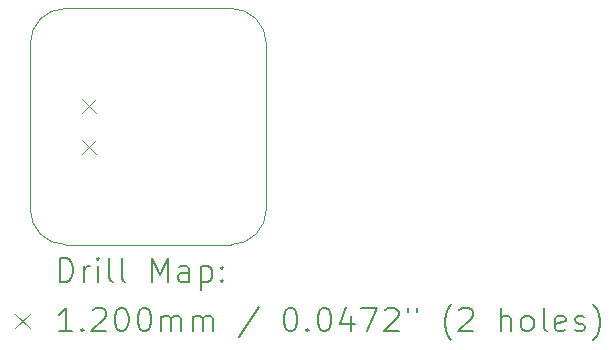
<source format=gbr>
%TF.GenerationSoftware,KiCad,Pcbnew,6.0.10+dfsg-1~bpo11+1*%
%TF.CreationDate,2023-02-10T23:25:59+00:00*%
%TF.ProjectId,kicad-automation-test,6b696361-642d-4617-9574-6f6d6174696f,rev?*%
%TF.SameCoordinates,Original*%
%TF.FileFunction,Drillmap*%
%TF.FilePolarity,Positive*%
%FSLAX45Y45*%
G04 Gerber Fmt 4.5, Leading zero omitted, Abs format (unit mm)*
G04 Created by KiCad (PCBNEW 6.0.10+dfsg-1~bpo11+1) date 2023-02-10 23:25:59*
%MOMM*%
%LPD*%
G01*
G04 APERTURE LIST*
%ADD10C,0.100000*%
%ADD11C,0.200000*%
%ADD12C,0.120000*%
G04 APERTURE END LIST*
D10*
X13100000Y-9700000D02*
X13100000Y-8300000D01*
X15100000Y-8300000D02*
X15100000Y-9700000D01*
X13400000Y-8000000D02*
X14800000Y-8000000D01*
X13400000Y-8000000D02*
G75*
G03*
X13100000Y-8300000I0J-300000D01*
G01*
X13100000Y-9700000D02*
G75*
G03*
X13400000Y-10000000I300000J0D01*
G01*
X15100000Y-8300000D02*
G75*
G03*
X14800000Y-8000000I-300000J0D01*
G01*
X14800000Y-10000000D02*
G75*
G03*
X15100000Y-9700000I0J300000D01*
G01*
X14800000Y-10000000D02*
X13400000Y-10000000D01*
D11*
D12*
X13540000Y-8765000D02*
X13660000Y-8885000D01*
X13660000Y-8765000D02*
X13540000Y-8885000D01*
X13540000Y-9115000D02*
X13660000Y-9235000D01*
X13660000Y-9115000D02*
X13540000Y-9235000D01*
D11*
X13352619Y-10315476D02*
X13352619Y-10115476D01*
X13400238Y-10115476D01*
X13428809Y-10125000D01*
X13447857Y-10144048D01*
X13457381Y-10163095D01*
X13466905Y-10201190D01*
X13466905Y-10229762D01*
X13457381Y-10267857D01*
X13447857Y-10286905D01*
X13428809Y-10305952D01*
X13400238Y-10315476D01*
X13352619Y-10315476D01*
X13552619Y-10315476D02*
X13552619Y-10182143D01*
X13552619Y-10220238D02*
X13562143Y-10201190D01*
X13571667Y-10191667D01*
X13590714Y-10182143D01*
X13609762Y-10182143D01*
X13676428Y-10315476D02*
X13676428Y-10182143D01*
X13676428Y-10115476D02*
X13666905Y-10125000D01*
X13676428Y-10134524D01*
X13685952Y-10125000D01*
X13676428Y-10115476D01*
X13676428Y-10134524D01*
X13800238Y-10315476D02*
X13781190Y-10305952D01*
X13771667Y-10286905D01*
X13771667Y-10115476D01*
X13905000Y-10315476D02*
X13885952Y-10305952D01*
X13876428Y-10286905D01*
X13876428Y-10115476D01*
X14133571Y-10315476D02*
X14133571Y-10115476D01*
X14200238Y-10258333D01*
X14266905Y-10115476D01*
X14266905Y-10315476D01*
X14447857Y-10315476D02*
X14447857Y-10210714D01*
X14438333Y-10191667D01*
X14419286Y-10182143D01*
X14381190Y-10182143D01*
X14362143Y-10191667D01*
X14447857Y-10305952D02*
X14428809Y-10315476D01*
X14381190Y-10315476D01*
X14362143Y-10305952D01*
X14352619Y-10286905D01*
X14352619Y-10267857D01*
X14362143Y-10248810D01*
X14381190Y-10239286D01*
X14428809Y-10239286D01*
X14447857Y-10229762D01*
X14543095Y-10182143D02*
X14543095Y-10382143D01*
X14543095Y-10191667D02*
X14562143Y-10182143D01*
X14600238Y-10182143D01*
X14619286Y-10191667D01*
X14628809Y-10201190D01*
X14638333Y-10220238D01*
X14638333Y-10277381D01*
X14628809Y-10296429D01*
X14619286Y-10305952D01*
X14600238Y-10315476D01*
X14562143Y-10315476D01*
X14543095Y-10305952D01*
X14724048Y-10296429D02*
X14733571Y-10305952D01*
X14724048Y-10315476D01*
X14714524Y-10305952D01*
X14724048Y-10296429D01*
X14724048Y-10315476D01*
X14724048Y-10191667D02*
X14733571Y-10201190D01*
X14724048Y-10210714D01*
X14714524Y-10201190D01*
X14724048Y-10191667D01*
X14724048Y-10210714D01*
D12*
X12975000Y-10585000D02*
X13095000Y-10705000D01*
X13095000Y-10585000D02*
X12975000Y-10705000D01*
D11*
X13457381Y-10735476D02*
X13343095Y-10735476D01*
X13400238Y-10735476D02*
X13400238Y-10535476D01*
X13381190Y-10564048D01*
X13362143Y-10583095D01*
X13343095Y-10592619D01*
X13543095Y-10716429D02*
X13552619Y-10725952D01*
X13543095Y-10735476D01*
X13533571Y-10725952D01*
X13543095Y-10716429D01*
X13543095Y-10735476D01*
X13628809Y-10554524D02*
X13638333Y-10545000D01*
X13657381Y-10535476D01*
X13705000Y-10535476D01*
X13724048Y-10545000D01*
X13733571Y-10554524D01*
X13743095Y-10573571D01*
X13743095Y-10592619D01*
X13733571Y-10621190D01*
X13619286Y-10735476D01*
X13743095Y-10735476D01*
X13866905Y-10535476D02*
X13885952Y-10535476D01*
X13905000Y-10545000D01*
X13914524Y-10554524D01*
X13924048Y-10573571D01*
X13933571Y-10611667D01*
X13933571Y-10659286D01*
X13924048Y-10697381D01*
X13914524Y-10716429D01*
X13905000Y-10725952D01*
X13885952Y-10735476D01*
X13866905Y-10735476D01*
X13847857Y-10725952D01*
X13838333Y-10716429D01*
X13828809Y-10697381D01*
X13819286Y-10659286D01*
X13819286Y-10611667D01*
X13828809Y-10573571D01*
X13838333Y-10554524D01*
X13847857Y-10545000D01*
X13866905Y-10535476D01*
X14057381Y-10535476D02*
X14076428Y-10535476D01*
X14095476Y-10545000D01*
X14105000Y-10554524D01*
X14114524Y-10573571D01*
X14124048Y-10611667D01*
X14124048Y-10659286D01*
X14114524Y-10697381D01*
X14105000Y-10716429D01*
X14095476Y-10725952D01*
X14076428Y-10735476D01*
X14057381Y-10735476D01*
X14038333Y-10725952D01*
X14028809Y-10716429D01*
X14019286Y-10697381D01*
X14009762Y-10659286D01*
X14009762Y-10611667D01*
X14019286Y-10573571D01*
X14028809Y-10554524D01*
X14038333Y-10545000D01*
X14057381Y-10535476D01*
X14209762Y-10735476D02*
X14209762Y-10602143D01*
X14209762Y-10621190D02*
X14219286Y-10611667D01*
X14238333Y-10602143D01*
X14266905Y-10602143D01*
X14285952Y-10611667D01*
X14295476Y-10630714D01*
X14295476Y-10735476D01*
X14295476Y-10630714D02*
X14305000Y-10611667D01*
X14324048Y-10602143D01*
X14352619Y-10602143D01*
X14371667Y-10611667D01*
X14381190Y-10630714D01*
X14381190Y-10735476D01*
X14476428Y-10735476D02*
X14476428Y-10602143D01*
X14476428Y-10621190D02*
X14485952Y-10611667D01*
X14505000Y-10602143D01*
X14533571Y-10602143D01*
X14552619Y-10611667D01*
X14562143Y-10630714D01*
X14562143Y-10735476D01*
X14562143Y-10630714D02*
X14571667Y-10611667D01*
X14590714Y-10602143D01*
X14619286Y-10602143D01*
X14638333Y-10611667D01*
X14647857Y-10630714D01*
X14647857Y-10735476D01*
X15038333Y-10525952D02*
X14866905Y-10783095D01*
X15295476Y-10535476D02*
X15314524Y-10535476D01*
X15333571Y-10545000D01*
X15343095Y-10554524D01*
X15352619Y-10573571D01*
X15362143Y-10611667D01*
X15362143Y-10659286D01*
X15352619Y-10697381D01*
X15343095Y-10716429D01*
X15333571Y-10725952D01*
X15314524Y-10735476D01*
X15295476Y-10735476D01*
X15276428Y-10725952D01*
X15266905Y-10716429D01*
X15257381Y-10697381D01*
X15247857Y-10659286D01*
X15247857Y-10611667D01*
X15257381Y-10573571D01*
X15266905Y-10554524D01*
X15276428Y-10545000D01*
X15295476Y-10535476D01*
X15447857Y-10716429D02*
X15457381Y-10725952D01*
X15447857Y-10735476D01*
X15438333Y-10725952D01*
X15447857Y-10716429D01*
X15447857Y-10735476D01*
X15581190Y-10535476D02*
X15600238Y-10535476D01*
X15619286Y-10545000D01*
X15628809Y-10554524D01*
X15638333Y-10573571D01*
X15647857Y-10611667D01*
X15647857Y-10659286D01*
X15638333Y-10697381D01*
X15628809Y-10716429D01*
X15619286Y-10725952D01*
X15600238Y-10735476D01*
X15581190Y-10735476D01*
X15562143Y-10725952D01*
X15552619Y-10716429D01*
X15543095Y-10697381D01*
X15533571Y-10659286D01*
X15533571Y-10611667D01*
X15543095Y-10573571D01*
X15552619Y-10554524D01*
X15562143Y-10545000D01*
X15581190Y-10535476D01*
X15819286Y-10602143D02*
X15819286Y-10735476D01*
X15771667Y-10525952D02*
X15724048Y-10668810D01*
X15847857Y-10668810D01*
X15905000Y-10535476D02*
X16038333Y-10535476D01*
X15952619Y-10735476D01*
X16105000Y-10554524D02*
X16114524Y-10545000D01*
X16133571Y-10535476D01*
X16181190Y-10535476D01*
X16200238Y-10545000D01*
X16209762Y-10554524D01*
X16219286Y-10573571D01*
X16219286Y-10592619D01*
X16209762Y-10621190D01*
X16095476Y-10735476D01*
X16219286Y-10735476D01*
X16295476Y-10535476D02*
X16295476Y-10573571D01*
X16371667Y-10535476D02*
X16371667Y-10573571D01*
X16666905Y-10811667D02*
X16657381Y-10802143D01*
X16638333Y-10773571D01*
X16628809Y-10754524D01*
X16619286Y-10725952D01*
X16609762Y-10678333D01*
X16609762Y-10640238D01*
X16619286Y-10592619D01*
X16628809Y-10564048D01*
X16638333Y-10545000D01*
X16657381Y-10516429D01*
X16666905Y-10506905D01*
X16733571Y-10554524D02*
X16743095Y-10545000D01*
X16762143Y-10535476D01*
X16809762Y-10535476D01*
X16828810Y-10545000D01*
X16838333Y-10554524D01*
X16847857Y-10573571D01*
X16847857Y-10592619D01*
X16838333Y-10621190D01*
X16724048Y-10735476D01*
X16847857Y-10735476D01*
X17085952Y-10735476D02*
X17085952Y-10535476D01*
X17171667Y-10735476D02*
X17171667Y-10630714D01*
X17162143Y-10611667D01*
X17143095Y-10602143D01*
X17114524Y-10602143D01*
X17095476Y-10611667D01*
X17085952Y-10621190D01*
X17295476Y-10735476D02*
X17276429Y-10725952D01*
X17266905Y-10716429D01*
X17257381Y-10697381D01*
X17257381Y-10640238D01*
X17266905Y-10621190D01*
X17276429Y-10611667D01*
X17295476Y-10602143D01*
X17324048Y-10602143D01*
X17343095Y-10611667D01*
X17352619Y-10621190D01*
X17362143Y-10640238D01*
X17362143Y-10697381D01*
X17352619Y-10716429D01*
X17343095Y-10725952D01*
X17324048Y-10735476D01*
X17295476Y-10735476D01*
X17476429Y-10735476D02*
X17457381Y-10725952D01*
X17447857Y-10706905D01*
X17447857Y-10535476D01*
X17628810Y-10725952D02*
X17609762Y-10735476D01*
X17571667Y-10735476D01*
X17552619Y-10725952D01*
X17543095Y-10706905D01*
X17543095Y-10630714D01*
X17552619Y-10611667D01*
X17571667Y-10602143D01*
X17609762Y-10602143D01*
X17628810Y-10611667D01*
X17638333Y-10630714D01*
X17638333Y-10649762D01*
X17543095Y-10668810D01*
X17714524Y-10725952D02*
X17733571Y-10735476D01*
X17771667Y-10735476D01*
X17790714Y-10725952D01*
X17800238Y-10706905D01*
X17800238Y-10697381D01*
X17790714Y-10678333D01*
X17771667Y-10668810D01*
X17743095Y-10668810D01*
X17724048Y-10659286D01*
X17714524Y-10640238D01*
X17714524Y-10630714D01*
X17724048Y-10611667D01*
X17743095Y-10602143D01*
X17771667Y-10602143D01*
X17790714Y-10611667D01*
X17866905Y-10811667D02*
X17876429Y-10802143D01*
X17895476Y-10773571D01*
X17905000Y-10754524D01*
X17914524Y-10725952D01*
X17924048Y-10678333D01*
X17924048Y-10640238D01*
X17914524Y-10592619D01*
X17905000Y-10564048D01*
X17895476Y-10545000D01*
X17876429Y-10516429D01*
X17866905Y-10506905D01*
M02*

</source>
